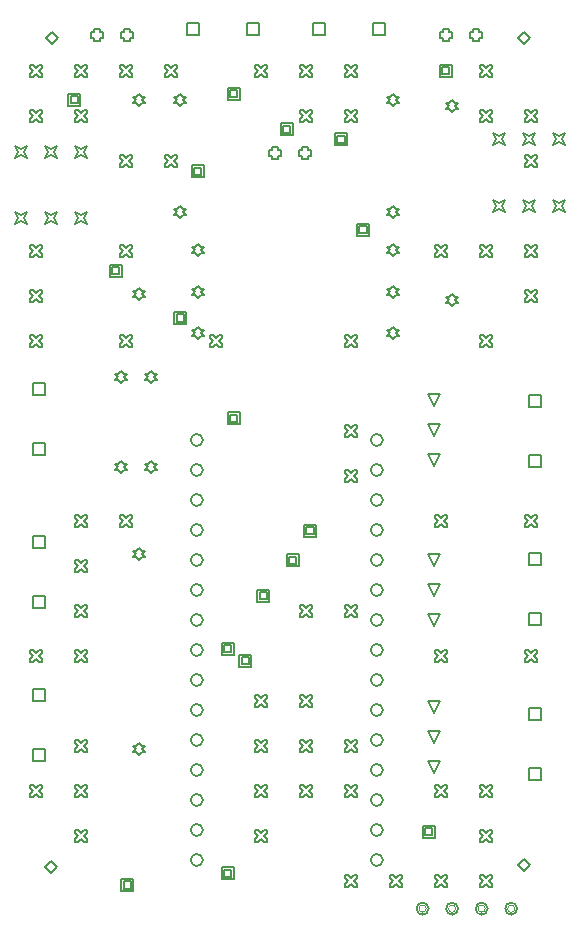
<source format=gbr>
%TF.GenerationSoftware,Altium Limited,Altium Designer,22.7.1 (60)*%
G04 Layer_Color=2752767*
%FSLAX45Y45*%
%MOMM*%
%TF.SameCoordinates,6F5B2F55-B7AD-49D5-9618-4F223791D6AE*%
%TF.FilePolarity,Positive*%
%TF.FileFunction,Drawing*%
%TF.Part,Single*%
G01*
G75*
%TA.AperFunction,NonConductor*%
%ADD42C,0.12700*%
%ADD64C,0.16933*%
%ADD65C,0.10160*%
D42*
X349200Y2699200D02*
Y2800800D01*
X450800D01*
Y2699200D01*
X349200D01*
Y3207200D02*
Y3308800D01*
X450800D01*
Y3207200D01*
X349200D01*
X460027Y7522599D02*
X510827Y7573399D01*
X561627Y7522599D01*
X510827Y7471799D01*
X460027Y7522599D01*
X4460026D02*
X4510826Y7573399D01*
X4561626Y7522599D01*
X4510826Y7471799D01*
X4460026Y7522599D01*
Y522599D02*
X4510826Y573399D01*
X4561626Y522599D01*
X4510826Y471799D01*
X4460026Y522599D01*
X449200Y500000D02*
X500000Y550800D01*
X550800Y500000D01*
X500000Y449200D01*
X449200Y500000D01*
X3750000Y4403200D02*
X3699200Y4504800D01*
X3800800D01*
X3750000Y4403200D01*
Y4149200D02*
X3699200Y4250800D01*
X3800800D01*
X3750000Y4149200D01*
Y3895200D02*
X3699200Y3996800D01*
X3800800D01*
X3750000Y3895200D01*
Y3053200D02*
X3699200Y3154800D01*
X3800800D01*
X3750000Y3053200D01*
Y2799200D02*
X3699200Y2900800D01*
X3800800D01*
X3750000Y2799200D01*
Y2545200D02*
X3699200Y2646800D01*
X3800800D01*
X3750000Y2545200D01*
Y1803200D02*
X3699200Y1904800D01*
X3800800D01*
X3750000Y1803200D01*
Y1549200D02*
X3699200Y1650800D01*
X3800800D01*
X3750000Y1549200D01*
Y1295200D02*
X3699200Y1396800D01*
X3800800D01*
X3750000Y1295200D01*
X1250000Y6949200D02*
X1275400Y6974600D01*
X1300800D01*
X1275400Y7000000D01*
X1300800Y7025400D01*
X1275400D01*
X1250000Y7050800D01*
X1224600Y7025400D01*
X1199200D01*
X1224600Y7000000D01*
X1199200Y6974600D01*
X1224600D01*
X1250000Y6949200D01*
Y5299200D02*
X1275400Y5324600D01*
X1300800D01*
X1275400Y5350000D01*
X1300800Y5375400D01*
X1275400D01*
X1250000Y5400800D01*
X1224600Y5375400D01*
X1199200D01*
X1224600Y5350000D01*
X1199200Y5324600D01*
X1224600D01*
X1250000Y5299200D01*
X3900000Y6899200D02*
X3925400Y6924600D01*
X3950800D01*
X3925400Y6950000D01*
X3950800Y6975400D01*
X3925400D01*
X3900000Y7000800D01*
X3874600Y6975400D01*
X3849200D01*
X3874600Y6950000D01*
X3849200Y6924600D01*
X3874600D01*
X3900000Y6899200D01*
Y5249200D02*
X3925400Y5274600D01*
X3950800D01*
X3925400Y5300000D01*
X3950800Y5325400D01*
X3925400D01*
X3900000Y5350800D01*
X3874600Y5325400D01*
X3849200D01*
X3874600Y5300000D01*
X3849200Y5274600D01*
X3874600D01*
X3900000Y5249200D01*
X1250000Y3099200D02*
X1275400Y3124600D01*
X1300800D01*
X1275400Y3150000D01*
X1300800Y3175400D01*
X1275400D01*
X1250000Y3200800D01*
X1224600Y3175400D01*
X1199200D01*
X1224600Y3150000D01*
X1199200Y3124600D01*
X1224600D01*
X1250000Y3099200D01*
Y1449200D02*
X1275400Y1474600D01*
X1300800D01*
X1275400Y1500000D01*
X1300800Y1525400D01*
X1275400D01*
X1250000Y1550800D01*
X1224600Y1525400D01*
X1199200D01*
X1224600Y1500000D01*
X1199200Y1474600D01*
X1224600D01*
X1250000Y1449200D01*
X1350000Y4599200D02*
X1375400Y4624600D01*
X1400800D01*
X1375400Y4650000D01*
X1400800Y4675400D01*
X1375400D01*
X1350000Y4700800D01*
X1324600Y4675400D01*
X1299200D01*
X1324600Y4650000D01*
X1299200Y4624600D01*
X1324600D01*
X1350000Y4599200D01*
X1096000D02*
X1121400Y4624600D01*
X1146800D01*
X1121400Y4650000D01*
X1146800Y4675400D01*
X1121400D01*
X1096000Y4700800D01*
X1070600Y4675400D01*
X1045200D01*
X1070600Y4650000D01*
X1045200Y4624600D01*
X1070600D01*
X1096000Y4599200D01*
Y3837200D02*
X1121400Y3862600D01*
X1146800D01*
X1121400Y3888000D01*
X1146800Y3913400D01*
X1121400D01*
X1096000Y3938800D01*
X1070600Y3913400D01*
X1045200D01*
X1070600Y3888000D01*
X1045200Y3862600D01*
X1070600D01*
X1096000Y3837200D01*
X1350000D02*
X1375400Y3862600D01*
X1400800D01*
X1375400Y3888000D01*
X1400800Y3913400D01*
X1375400D01*
X1350000Y3938800D01*
X1324600Y3913400D01*
X1299200D01*
X1324600Y3888000D01*
X1299200Y3862600D01*
X1324600D01*
X1350000Y3837200D01*
X703200Y5949200D02*
X728600Y6000000D01*
X703200Y6050800D01*
X754000Y6025400D01*
X804800Y6050800D01*
X779400Y6000000D01*
X804800Y5949200D01*
X754000Y5974600D01*
X703200Y5949200D01*
X449200D02*
X474600Y6000000D01*
X449200Y6050800D01*
X500000Y6025400D01*
X550800Y6050800D01*
X525400Y6000000D01*
X550800Y5949200D01*
X500000Y5974600D01*
X449200Y5949200D01*
X195200D02*
X220600Y6000000D01*
X195200Y6050800D01*
X246000Y6025400D01*
X296800Y6050800D01*
X271400Y6000000D01*
X296800Y5949200D01*
X246000Y5974600D01*
X195200Y5949200D01*
X703200Y6507175D02*
X728600Y6557975D01*
X703200Y6608775D01*
X754000Y6583375D01*
X804800Y6608775D01*
X779400Y6557975D01*
X804800Y6507175D01*
X754000Y6532575D01*
X703200Y6507175D01*
X449200D02*
X474600Y6557975D01*
X449200Y6608775D01*
X500000Y6583375D01*
X550800Y6608775D01*
X525400Y6557975D01*
X550800Y6507175D01*
X500000Y6532575D01*
X449200Y6507175D01*
X195200D02*
X220600Y6557975D01*
X195200Y6608775D01*
X246000Y6583375D01*
X296800Y6608775D01*
X271400Y6557975D01*
X296800Y6507175D01*
X246000Y6532575D01*
X195200Y6507175D01*
X3820600Y7524600D02*
Y7499200D01*
X3871400D01*
Y7524600D01*
X3896800D01*
Y7575400D01*
X3871400D01*
Y7600800D01*
X3820600D01*
Y7575400D01*
X3795200D01*
Y7524600D01*
X3820600D01*
X4074600D02*
Y7499200D01*
X4125400D01*
Y7524600D01*
X4150800D01*
Y7575400D01*
X4125400D01*
Y7600800D01*
X4074600D01*
Y7575400D01*
X4049200D01*
Y7524600D01*
X4074600D01*
X866924D02*
Y7499200D01*
X917724D01*
Y7524600D01*
X943124D01*
Y7575400D01*
X917724D01*
Y7600800D01*
X866924D01*
Y7575400D01*
X841524D01*
Y7524600D01*
X866924D01*
X1120924D02*
Y7499200D01*
X1171724D01*
Y7524600D01*
X1197124D01*
Y7575400D01*
X1171724D01*
Y7600800D01*
X1120924D01*
Y7575400D01*
X1095524D01*
Y7524600D01*
X1120924D01*
X4245200Y6613225D02*
X4270600Y6664025D01*
X4245200Y6714825D01*
X4296000Y6689425D01*
X4346800Y6714825D01*
X4321400Y6664025D01*
X4346800Y6613225D01*
X4296000Y6638625D01*
X4245200Y6613225D01*
X4499200D02*
X4524600Y6664025D01*
X4499200Y6714825D01*
X4550000Y6689425D01*
X4600800Y6714825D01*
X4575400Y6664025D01*
X4600800Y6613225D01*
X4550000Y6638625D01*
X4499200Y6613225D01*
X4753200D02*
X4778600Y6664025D01*
X4753200Y6714825D01*
X4804000Y6689425D01*
X4854800Y6714825D01*
X4829400Y6664025D01*
X4854800Y6613225D01*
X4804000Y6638625D01*
X4753200Y6613225D01*
X2374600Y6524600D02*
Y6499200D01*
X2425400D01*
Y6524600D01*
X2450800D01*
Y6575400D01*
X2425400D01*
Y6600800D01*
X2374600D01*
Y6575400D01*
X2349200D01*
Y6524600D01*
X2374600D01*
X2628600D02*
Y6499200D01*
X2679400D01*
Y6524600D01*
X2704800D01*
Y6575400D01*
X2679400D01*
Y6600800D01*
X2628600D01*
Y6575400D01*
X2603200D01*
Y6524600D01*
X2628600D01*
X3400000Y5673775D02*
X3425400Y5699175D01*
X3450800D01*
X3425400Y5724575D01*
X3450800Y5749975D01*
X3425400D01*
X3400000Y5775375D01*
X3374600Y5749975D01*
X3349200D01*
X3374600Y5724575D01*
X3349200Y5699175D01*
X3374600D01*
X3400000Y5673775D01*
X1750000D02*
X1775400Y5699175D01*
X1800800D01*
X1775400Y5724575D01*
X1800800Y5749975D01*
X1775400D01*
X1750000Y5775375D01*
X1724600Y5749975D01*
X1699200D01*
X1724600Y5724575D01*
X1699200Y5699175D01*
X1724600D01*
X1750000Y5673775D01*
X3400000Y5323349D02*
X3425400Y5348749D01*
X3450800D01*
X3425400Y5374149D01*
X3450800Y5399549D01*
X3425400D01*
X3400000Y5424949D01*
X3374600Y5399549D01*
X3349200D01*
X3374600Y5374149D01*
X3349200Y5348749D01*
X3374600D01*
X3400000Y5323349D01*
X1750000D02*
X1775400Y5348749D01*
X1800800D01*
X1775400Y5374149D01*
X1800800Y5399549D01*
X1775400D01*
X1750000Y5424949D01*
X1724600Y5399549D01*
X1699200D01*
X1724600Y5374149D01*
X1699200Y5348749D01*
X1724600D01*
X1750000Y5323349D01*
X3400000Y4972924D02*
X3425400Y4998324D01*
X3450800D01*
X3425400Y5023724D01*
X3450800Y5049124D01*
X3425400D01*
X3400000Y5074524D01*
X3374600Y5049124D01*
X3349200D01*
X3374600Y5023724D01*
X3349200Y4998324D01*
X3374600D01*
X3400000Y4972924D01*
X1750000D02*
X1775400Y4998324D01*
X1800800D01*
X1775400Y5023724D01*
X1800800Y5049124D01*
X1775400D01*
X1750000Y5074524D01*
X1724600Y5049124D01*
X1699200D01*
X1724600Y5023724D01*
X1699200Y4998324D01*
X1724600D01*
X1750000Y4972924D01*
X4245200Y6049200D02*
X4270600Y6100000D01*
X4245200Y6150800D01*
X4296000Y6125400D01*
X4346800Y6150800D01*
X4321400Y6100000D01*
X4346800Y6049200D01*
X4296000Y6074600D01*
X4245200Y6049200D01*
X4499200D02*
X4524600Y6100000D01*
X4499200Y6150800D01*
X4550000Y6125400D01*
X4600800Y6150800D01*
X4575400Y6100000D01*
X4600800Y6049200D01*
X4550000Y6074600D01*
X4499200Y6049200D01*
X4753200D02*
X4778600Y6100000D01*
X4753200Y6150800D01*
X4804000Y6125400D01*
X4854800Y6150800D01*
X4829400Y6100000D01*
X4854800Y6049200D01*
X4804000Y6074600D01*
X4753200Y6049200D01*
X3400000Y5999200D02*
X3425400Y6024600D01*
X3450800D01*
X3425400Y6050000D01*
X3450800Y6075400D01*
X3425400D01*
X3400000Y6100800D01*
X3374600Y6075400D01*
X3349200D01*
X3374600Y6050000D01*
X3349200Y6024600D01*
X3374600D01*
X3400000Y5999200D01*
Y6949200D02*
X3425400Y6974600D01*
X3450800D01*
X3425400Y7000000D01*
X3450800Y7025400D01*
X3425400D01*
X3400000Y7050800D01*
X3374600Y7025400D01*
X3349200D01*
X3374600Y7000000D01*
X3349200Y6974600D01*
X3374600D01*
X3400000Y6949200D01*
X1600000Y5999200D02*
X1625400Y6024600D01*
X1650800D01*
X1625400Y6050000D01*
X1650800Y6075400D01*
X1625400D01*
X1600000Y6100800D01*
X1574600Y6075400D01*
X1549200D01*
X1574600Y6050000D01*
X1549200Y6024600D01*
X1574600D01*
X1600000Y5999200D01*
Y6949200D02*
X1625400Y6974600D01*
X1650800D01*
X1625400Y7000000D01*
X1650800Y7025400D01*
X1625400D01*
X1600000Y7050800D01*
X1574600Y7025400D01*
X1549200D01*
X1574600Y7000000D01*
X1549200Y6974600D01*
X1574600D01*
X1600000Y6949200D01*
X4549200Y4399200D02*
Y4500800D01*
X4650800D01*
Y4399200D01*
X4549200D01*
Y3891200D02*
Y3992800D01*
X4650800D01*
Y3891200D01*
X4549200D01*
Y3057200D02*
Y3158800D01*
X4650800D01*
Y3057200D01*
X4549200D01*
Y2549200D02*
Y2650800D01*
X4650800D01*
Y2549200D01*
X4549200D01*
Y1749200D02*
Y1850800D01*
X4650800D01*
Y1749200D01*
X4549200D01*
Y1241200D02*
Y1342800D01*
X4650800D01*
Y1241200D01*
X4549200D01*
X349200Y1399200D02*
Y1500800D01*
X450800D01*
Y1399200D01*
X349200D01*
Y1907200D02*
Y2008800D01*
X450800D01*
Y1907200D01*
X349200D01*
Y3991200D02*
Y4092800D01*
X450800D01*
Y3991200D01*
X349200D01*
Y4499200D02*
Y4600800D01*
X450800D01*
Y4499200D01*
X349200D01*
X2724775Y7549200D02*
Y7650800D01*
X2826375D01*
Y7549200D01*
X2724775D01*
X3232775D02*
Y7650800D01*
X3334375D01*
Y7549200D01*
X3232775D01*
X1657949D02*
Y7650800D01*
X1759549D01*
Y7549200D01*
X1657949D01*
X2165949D02*
Y7650800D01*
X2267549D01*
Y7549200D01*
X2165949D01*
X3649200Y749200D02*
Y850800D01*
X3750800D01*
Y749200D01*
X3649200D01*
X3669520Y769520D02*
Y830480D01*
X3730480D01*
Y769520D01*
X3669520D01*
X3759200Y330200D02*
X3784600D01*
X3810000Y355600D01*
X3835400Y330200D01*
X3860800D01*
Y355600D01*
X3835400Y381000D01*
X3860800Y406400D01*
Y431800D01*
X3835400D01*
X3810000Y406400D01*
X3784600Y431800D01*
X3759200D01*
Y406400D01*
X3784600Y381000D01*
X3759200Y355600D01*
Y330200D01*
X4521200Y6807200D02*
X4546600D01*
X4572000Y6832600D01*
X4597400Y6807200D01*
X4622800D01*
Y6832600D01*
X4597400Y6858000D01*
X4622800Y6883400D01*
Y6908800D01*
X4597400D01*
X4572000Y6883400D01*
X4546600Y6908800D01*
X4521200D01*
Y6883400D01*
X4546600Y6858000D01*
X4521200Y6832600D01*
Y6807200D01*
Y6426200D02*
X4546600D01*
X4572000Y6451600D01*
X4597400Y6426200D01*
X4622800D01*
Y6451600D01*
X4597400Y6477000D01*
X4622800Y6502400D01*
Y6527800D01*
X4597400D01*
X4572000Y6502400D01*
X4546600Y6527800D01*
X4521200D01*
Y6502400D01*
X4546600Y6477000D01*
X4521200Y6451600D01*
Y6426200D01*
Y5664200D02*
X4546600D01*
X4572000Y5689600D01*
X4597400Y5664200D01*
X4622800D01*
Y5689600D01*
X4597400Y5715000D01*
X4622800Y5740400D01*
Y5765800D01*
X4597400D01*
X4572000Y5740400D01*
X4546600Y5765800D01*
X4521200D01*
Y5740400D01*
X4546600Y5715000D01*
X4521200Y5689600D01*
Y5664200D01*
Y5283200D02*
X4546600D01*
X4572000Y5308600D01*
X4597400Y5283200D01*
X4622800D01*
Y5308600D01*
X4597400Y5334000D01*
X4622800Y5359400D01*
Y5384800D01*
X4597400D01*
X4572000Y5359400D01*
X4546600Y5384800D01*
X4521200D01*
Y5359400D01*
X4546600Y5334000D01*
X4521200Y5308600D01*
Y5283200D01*
Y3378200D02*
X4546600D01*
X4572000Y3403600D01*
X4597400Y3378200D01*
X4622800D01*
Y3403600D01*
X4597400Y3429000D01*
X4622800Y3454400D01*
Y3479800D01*
X4597400D01*
X4572000Y3454400D01*
X4546600Y3479800D01*
X4521200D01*
Y3454400D01*
X4546600Y3429000D01*
X4521200Y3403600D01*
Y3378200D01*
Y2235200D02*
X4546600D01*
X4572000Y2260600D01*
X4597400Y2235200D01*
X4622800D01*
Y2260600D01*
X4597400Y2286000D01*
X4622800Y2311400D01*
Y2336800D01*
X4597400D01*
X4572000Y2311400D01*
X4546600Y2336800D01*
X4521200D01*
Y2311400D01*
X4546600Y2286000D01*
X4521200Y2260600D01*
Y2235200D01*
X4140200Y7188200D02*
X4165600D01*
X4191000Y7213600D01*
X4216400Y7188200D01*
X4241800D01*
Y7213600D01*
X4216400Y7239000D01*
X4241800Y7264400D01*
Y7289800D01*
X4216400D01*
X4191000Y7264400D01*
X4165600Y7289800D01*
X4140200D01*
Y7264400D01*
X4165600Y7239000D01*
X4140200Y7213600D01*
Y7188200D01*
Y6807200D02*
X4165600D01*
X4191000Y6832600D01*
X4216400Y6807200D01*
X4241800D01*
Y6832600D01*
X4216400Y6858000D01*
X4241800Y6883400D01*
Y6908800D01*
X4216400D01*
X4191000Y6883400D01*
X4165600Y6908800D01*
X4140200D01*
Y6883400D01*
X4165600Y6858000D01*
X4140200Y6832600D01*
Y6807200D01*
Y5664200D02*
X4165600D01*
X4191000Y5689600D01*
X4216400Y5664200D01*
X4241800D01*
Y5689600D01*
X4216400Y5715000D01*
X4241800Y5740400D01*
Y5765800D01*
X4216400D01*
X4191000Y5740400D01*
X4165600Y5765800D01*
X4140200D01*
Y5740400D01*
X4165600Y5715000D01*
X4140200Y5689600D01*
Y5664200D01*
Y4902200D02*
X4165600D01*
X4191000Y4927600D01*
X4216400Y4902200D01*
X4241800D01*
Y4927600D01*
X4216400Y4953000D01*
X4241800Y4978400D01*
Y5003800D01*
X4216400D01*
X4191000Y4978400D01*
X4165600Y5003800D01*
X4140200D01*
Y4978400D01*
X4165600Y4953000D01*
X4140200Y4927600D01*
Y4902200D01*
Y1092200D02*
X4165600D01*
X4191000Y1117600D01*
X4216400Y1092200D01*
X4241800D01*
Y1117600D01*
X4216400Y1143000D01*
X4241800Y1168400D01*
Y1193800D01*
X4216400D01*
X4191000Y1168400D01*
X4165600Y1193800D01*
X4140200D01*
Y1168400D01*
X4165600Y1143000D01*
X4140200Y1117600D01*
Y1092200D01*
Y711200D02*
X4165600D01*
X4191000Y736600D01*
X4216400Y711200D01*
X4241800D01*
Y736600D01*
X4216400Y762000D01*
X4241800Y787400D01*
Y812800D01*
X4216400D01*
X4191000Y787400D01*
X4165600Y812800D01*
X4140200D01*
Y787400D01*
X4165600Y762000D01*
X4140200Y736600D01*
Y711200D01*
Y330200D02*
X4165600D01*
X4191000Y355600D01*
X4216400Y330200D01*
X4241800D01*
Y355600D01*
X4216400Y381000D01*
X4241800Y406400D01*
Y431800D01*
X4216400D01*
X4191000Y406400D01*
X4165600Y431800D01*
X4140200D01*
Y406400D01*
X4165600Y381000D01*
X4140200Y355600D01*
Y330200D01*
X3759200Y5664200D02*
X3784600D01*
X3810000Y5689600D01*
X3835400Y5664200D01*
X3860800D01*
Y5689600D01*
X3835400Y5715000D01*
X3860800Y5740400D01*
Y5765800D01*
X3835400D01*
X3810000Y5740400D01*
X3784600Y5765800D01*
X3759200D01*
Y5740400D01*
X3784600Y5715000D01*
X3759200Y5689600D01*
Y5664200D01*
Y3378200D02*
X3784600D01*
X3810000Y3403600D01*
X3835400Y3378200D01*
X3860800D01*
Y3403600D01*
X3835400Y3429000D01*
X3860800Y3454400D01*
Y3479800D01*
X3835400D01*
X3810000Y3454400D01*
X3784600Y3479800D01*
X3759200D01*
Y3454400D01*
X3784600Y3429000D01*
X3759200Y3403600D01*
Y3378200D01*
Y2235200D02*
X3784600D01*
X3810000Y2260600D01*
X3835400Y2235200D01*
X3860800D01*
Y2260600D01*
X3835400Y2286000D01*
X3860800Y2311400D01*
Y2336800D01*
X3835400D01*
X3810000Y2311400D01*
X3784600Y2336800D01*
X3759200D01*
Y2311400D01*
X3784600Y2286000D01*
X3759200Y2260600D01*
Y2235200D01*
Y1092200D02*
X3784600D01*
X3810000Y1117600D01*
X3835400Y1092200D01*
X3860800D01*
Y1117600D01*
X3835400Y1143000D01*
X3860800Y1168400D01*
Y1193800D01*
X3835400D01*
X3810000Y1168400D01*
X3784600Y1193800D01*
X3759200D01*
Y1168400D01*
X3784600Y1143000D01*
X3759200Y1117600D01*
Y1092200D01*
X3378200Y330200D02*
X3403600D01*
X3429000Y355600D01*
X3454400Y330200D01*
X3479800D01*
Y355600D01*
X3454400Y381000D01*
X3479800Y406400D01*
Y431800D01*
X3454400D01*
X3429000Y406400D01*
X3403600Y431800D01*
X3378200D01*
Y406400D01*
X3403600Y381000D01*
X3378200Y355600D01*
Y330200D01*
X2997200Y7188200D02*
X3022600D01*
X3048000Y7213600D01*
X3073400Y7188200D01*
X3098800D01*
Y7213600D01*
X3073400Y7239000D01*
X3098800Y7264400D01*
Y7289800D01*
X3073400D01*
X3048000Y7264400D01*
X3022600Y7289800D01*
X2997200D01*
Y7264400D01*
X3022600Y7239000D01*
X2997200Y7213600D01*
Y7188200D01*
Y6807200D02*
X3022600D01*
X3048000Y6832600D01*
X3073400Y6807200D01*
X3098800D01*
Y6832600D01*
X3073400Y6858000D01*
X3098800Y6883400D01*
Y6908800D01*
X3073400D01*
X3048000Y6883400D01*
X3022600Y6908800D01*
X2997200D01*
Y6883400D01*
X3022600Y6858000D01*
X2997200Y6832600D01*
Y6807200D01*
Y4902200D02*
X3022600D01*
X3048000Y4927600D01*
X3073400Y4902200D01*
X3098800D01*
Y4927600D01*
X3073400Y4953000D01*
X3098800Y4978400D01*
Y5003800D01*
X3073400D01*
X3048000Y4978400D01*
X3022600Y5003800D01*
X2997200D01*
Y4978400D01*
X3022600Y4953000D01*
X2997200Y4927600D01*
Y4902200D01*
Y4140200D02*
X3022600D01*
X3048000Y4165600D01*
X3073400Y4140200D01*
X3098800D01*
Y4165600D01*
X3073400Y4191000D01*
X3098800Y4216400D01*
Y4241800D01*
X3073400D01*
X3048000Y4216400D01*
X3022600Y4241800D01*
X2997200D01*
Y4216400D01*
X3022600Y4191000D01*
X2997200Y4165600D01*
Y4140200D01*
Y3759200D02*
X3022600D01*
X3048000Y3784600D01*
X3073400Y3759200D01*
X3098800D01*
Y3784600D01*
X3073400Y3810000D01*
X3098800Y3835400D01*
Y3860800D01*
X3073400D01*
X3048000Y3835400D01*
X3022600Y3860800D01*
X2997200D01*
Y3835400D01*
X3022600Y3810000D01*
X2997200Y3784600D01*
Y3759200D01*
Y2616200D02*
X3022600D01*
X3048000Y2641600D01*
X3073400Y2616200D01*
X3098800D01*
Y2641600D01*
X3073400Y2667000D01*
X3098800Y2692400D01*
Y2717800D01*
X3073400D01*
X3048000Y2692400D01*
X3022600Y2717800D01*
X2997200D01*
Y2692400D01*
X3022600Y2667000D01*
X2997200Y2641600D01*
Y2616200D01*
Y1473200D02*
X3022600D01*
X3048000Y1498600D01*
X3073400Y1473200D01*
X3098800D01*
Y1498600D01*
X3073400Y1524000D01*
X3098800Y1549400D01*
Y1574800D01*
X3073400D01*
X3048000Y1549400D01*
X3022600Y1574800D01*
X2997200D01*
Y1549400D01*
X3022600Y1524000D01*
X2997200Y1498600D01*
Y1473200D01*
Y1092200D02*
X3022600D01*
X3048000Y1117600D01*
X3073400Y1092200D01*
X3098800D01*
Y1117600D01*
X3073400Y1143000D01*
X3098800Y1168400D01*
Y1193800D01*
X3073400D01*
X3048000Y1168400D01*
X3022600Y1193800D01*
X2997200D01*
Y1168400D01*
X3022600Y1143000D01*
X2997200Y1117600D01*
Y1092200D01*
Y330200D02*
X3022600D01*
X3048000Y355600D01*
X3073400Y330200D01*
X3098800D01*
Y355600D01*
X3073400Y381000D01*
X3098800Y406400D01*
Y431800D01*
X3073400D01*
X3048000Y406400D01*
X3022600Y431800D01*
X2997200D01*
Y406400D01*
X3022600Y381000D01*
X2997200Y355600D01*
Y330200D01*
X2616200Y7188200D02*
X2641600D01*
X2667000Y7213600D01*
X2692400Y7188200D01*
X2717800D01*
Y7213600D01*
X2692400Y7239000D01*
X2717800Y7264400D01*
Y7289800D01*
X2692400D01*
X2667000Y7264400D01*
X2641600Y7289800D01*
X2616200D01*
Y7264400D01*
X2641600Y7239000D01*
X2616200Y7213600D01*
Y7188200D01*
Y6807200D02*
X2641600D01*
X2667000Y6832600D01*
X2692400Y6807200D01*
X2717800D01*
Y6832600D01*
X2692400Y6858000D01*
X2717800Y6883400D01*
Y6908800D01*
X2692400D01*
X2667000Y6883400D01*
X2641600Y6908800D01*
X2616200D01*
Y6883400D01*
X2641600Y6858000D01*
X2616200Y6832600D01*
Y6807200D01*
Y2616200D02*
X2641600D01*
X2667000Y2641600D01*
X2692400Y2616200D01*
X2717800D01*
Y2641600D01*
X2692400Y2667000D01*
X2717800Y2692400D01*
Y2717800D01*
X2692400D01*
X2667000Y2692400D01*
X2641600Y2717800D01*
X2616200D01*
Y2692400D01*
X2641600Y2667000D01*
X2616200Y2641600D01*
Y2616200D01*
Y1854200D02*
X2641600D01*
X2667000Y1879600D01*
X2692400Y1854200D01*
X2717800D01*
Y1879600D01*
X2692400Y1905000D01*
X2717800Y1930400D01*
Y1955800D01*
X2692400D01*
X2667000Y1930400D01*
X2641600Y1955800D01*
X2616200D01*
Y1930400D01*
X2641600Y1905000D01*
X2616200Y1879600D01*
Y1854200D01*
Y1473200D02*
X2641600D01*
X2667000Y1498600D01*
X2692400Y1473200D01*
X2717800D01*
Y1498600D01*
X2692400Y1524000D01*
X2717800Y1549400D01*
Y1574800D01*
X2692400D01*
X2667000Y1549400D01*
X2641600Y1574800D01*
X2616200D01*
Y1549400D01*
X2641600Y1524000D01*
X2616200Y1498600D01*
Y1473200D01*
Y1092200D02*
X2641600D01*
X2667000Y1117600D01*
X2692400Y1092200D01*
X2717800D01*
Y1117600D01*
X2692400Y1143000D01*
X2717800Y1168400D01*
Y1193800D01*
X2692400D01*
X2667000Y1168400D01*
X2641600Y1193800D01*
X2616200D01*
Y1168400D01*
X2641600Y1143000D01*
X2616200Y1117600D01*
Y1092200D01*
X2235200Y7188200D02*
X2260600D01*
X2286000Y7213600D01*
X2311400Y7188200D01*
X2336800D01*
Y7213600D01*
X2311400Y7239000D01*
X2336800Y7264400D01*
Y7289800D01*
X2311400D01*
X2286000Y7264400D01*
X2260600Y7289800D01*
X2235200D01*
Y7264400D01*
X2260600Y7239000D01*
X2235200Y7213600D01*
Y7188200D01*
Y1854200D02*
X2260600D01*
X2286000Y1879600D01*
X2311400Y1854200D01*
X2336800D01*
Y1879600D01*
X2311400Y1905000D01*
X2336800Y1930400D01*
Y1955800D01*
X2311400D01*
X2286000Y1930400D01*
X2260600Y1955800D01*
X2235200D01*
Y1930400D01*
X2260600Y1905000D01*
X2235200Y1879600D01*
Y1854200D01*
Y1473200D02*
X2260600D01*
X2286000Y1498600D01*
X2311400Y1473200D01*
X2336800D01*
Y1498600D01*
X2311400Y1524000D01*
X2336800Y1549400D01*
Y1574800D01*
X2311400D01*
X2286000Y1549400D01*
X2260600Y1574800D01*
X2235200D01*
Y1549400D01*
X2260600Y1524000D01*
X2235200Y1498600D01*
Y1473200D01*
Y1092200D02*
X2260600D01*
X2286000Y1117600D01*
X2311400Y1092200D01*
X2336800D01*
Y1117600D01*
X2311400Y1143000D01*
X2336800Y1168400D01*
Y1193800D01*
X2311400D01*
X2286000Y1168400D01*
X2260600Y1193800D01*
X2235200D01*
Y1168400D01*
X2260600Y1143000D01*
X2235200Y1117600D01*
Y1092200D01*
Y711200D02*
X2260600D01*
X2286000Y736600D01*
X2311400Y711200D01*
X2336800D01*
Y736600D01*
X2311400Y762000D01*
X2336800Y787400D01*
Y812800D01*
X2311400D01*
X2286000Y787400D01*
X2260600Y812800D01*
X2235200D01*
Y787400D01*
X2260600Y762000D01*
X2235200Y736600D01*
Y711200D01*
X1854200Y4902200D02*
X1879600D01*
X1905000Y4927600D01*
X1930400Y4902200D01*
X1955800D01*
Y4927600D01*
X1930400Y4953000D01*
X1955800Y4978400D01*
Y5003800D01*
X1930400D01*
X1905000Y4978400D01*
X1879600Y5003800D01*
X1854200D01*
Y4978400D01*
X1879600Y4953000D01*
X1854200Y4927600D01*
Y4902200D01*
X1473200Y7188200D02*
X1498600D01*
X1524000Y7213600D01*
X1549400Y7188200D01*
X1574800D01*
Y7213600D01*
X1549400Y7239000D01*
X1574800Y7264400D01*
Y7289800D01*
X1549400D01*
X1524000Y7264400D01*
X1498600Y7289800D01*
X1473200D01*
Y7264400D01*
X1498600Y7239000D01*
X1473200Y7213600D01*
Y7188200D01*
Y6426200D02*
X1498600D01*
X1524000Y6451600D01*
X1549400Y6426200D01*
X1574800D01*
Y6451600D01*
X1549400Y6477000D01*
X1574800Y6502400D01*
Y6527800D01*
X1549400D01*
X1524000Y6502400D01*
X1498600Y6527800D01*
X1473200D01*
Y6502400D01*
X1498600Y6477000D01*
X1473200Y6451600D01*
Y6426200D01*
X1092200Y7188200D02*
X1117600D01*
X1143000Y7213600D01*
X1168400Y7188200D01*
X1193800D01*
Y7213600D01*
X1168400Y7239000D01*
X1193800Y7264400D01*
Y7289800D01*
X1168400D01*
X1143000Y7264400D01*
X1117600Y7289800D01*
X1092200D01*
Y7264400D01*
X1117600Y7239000D01*
X1092200Y7213600D01*
Y7188200D01*
Y6426200D02*
X1117600D01*
X1143000Y6451600D01*
X1168400Y6426200D01*
X1193800D01*
Y6451600D01*
X1168400Y6477000D01*
X1193800Y6502400D01*
Y6527800D01*
X1168400D01*
X1143000Y6502400D01*
X1117600Y6527800D01*
X1092200D01*
Y6502400D01*
X1117600Y6477000D01*
X1092200Y6451600D01*
Y6426200D01*
Y5664200D02*
X1117600D01*
X1143000Y5689600D01*
X1168400Y5664200D01*
X1193800D01*
Y5689600D01*
X1168400Y5715000D01*
X1193800Y5740400D01*
Y5765800D01*
X1168400D01*
X1143000Y5740400D01*
X1117600Y5765800D01*
X1092200D01*
Y5740400D01*
X1117600Y5715000D01*
X1092200Y5689600D01*
Y5664200D01*
Y4902200D02*
X1117600D01*
X1143000Y4927600D01*
X1168400Y4902200D01*
X1193800D01*
Y4927600D01*
X1168400Y4953000D01*
X1193800Y4978400D01*
Y5003800D01*
X1168400D01*
X1143000Y4978400D01*
X1117600Y5003800D01*
X1092200D01*
Y4978400D01*
X1117600Y4953000D01*
X1092200Y4927600D01*
Y4902200D01*
Y3378200D02*
X1117600D01*
X1143000Y3403600D01*
X1168400Y3378200D01*
X1193800D01*
Y3403600D01*
X1168400Y3429000D01*
X1193800Y3454400D01*
Y3479800D01*
X1168400D01*
X1143000Y3454400D01*
X1117600Y3479800D01*
X1092200D01*
Y3454400D01*
X1117600Y3429000D01*
X1092200Y3403600D01*
Y3378200D01*
X711200Y7188200D02*
X736600D01*
X762000Y7213600D01*
X787400Y7188200D01*
X812800D01*
Y7213600D01*
X787400Y7239000D01*
X812800Y7264400D01*
Y7289800D01*
X787400D01*
X762000Y7264400D01*
X736600Y7289800D01*
X711200D01*
Y7264400D01*
X736600Y7239000D01*
X711200Y7213600D01*
Y7188200D01*
Y6807200D02*
X736600D01*
X762000Y6832600D01*
X787400Y6807200D01*
X812800D01*
Y6832600D01*
X787400Y6858000D01*
X812800Y6883400D01*
Y6908800D01*
X787400D01*
X762000Y6883400D01*
X736600Y6908800D01*
X711200D01*
Y6883400D01*
X736600Y6858000D01*
X711200Y6832600D01*
Y6807200D01*
Y3378200D02*
X736600D01*
X762000Y3403600D01*
X787400Y3378200D01*
X812800D01*
Y3403600D01*
X787400Y3429000D01*
X812800Y3454400D01*
Y3479800D01*
X787400D01*
X762000Y3454400D01*
X736600Y3479800D01*
X711200D01*
Y3454400D01*
X736600Y3429000D01*
X711200Y3403600D01*
Y3378200D01*
Y2997200D02*
X736600D01*
X762000Y3022600D01*
X787400Y2997200D01*
X812800D01*
Y3022600D01*
X787400Y3048000D01*
X812800Y3073400D01*
Y3098800D01*
X787400D01*
X762000Y3073400D01*
X736600Y3098800D01*
X711200D01*
Y3073400D01*
X736600Y3048000D01*
X711200Y3022600D01*
Y2997200D01*
Y2616200D02*
X736600D01*
X762000Y2641600D01*
X787400Y2616200D01*
X812800D01*
Y2641600D01*
X787400Y2667000D01*
X812800Y2692400D01*
Y2717800D01*
X787400D01*
X762000Y2692400D01*
X736600Y2717800D01*
X711200D01*
Y2692400D01*
X736600Y2667000D01*
X711200Y2641600D01*
Y2616200D01*
Y2235200D02*
X736600D01*
X762000Y2260600D01*
X787400Y2235200D01*
X812800D01*
Y2260600D01*
X787400Y2286000D01*
X812800Y2311400D01*
Y2336800D01*
X787400D01*
X762000Y2311400D01*
X736600Y2336800D01*
X711200D01*
Y2311400D01*
X736600Y2286000D01*
X711200Y2260600D01*
Y2235200D01*
Y1473200D02*
X736600D01*
X762000Y1498600D01*
X787400Y1473200D01*
X812800D01*
Y1498600D01*
X787400Y1524000D01*
X812800Y1549400D01*
Y1574800D01*
X787400D01*
X762000Y1549400D01*
X736600Y1574800D01*
X711200D01*
Y1549400D01*
X736600Y1524000D01*
X711200Y1498600D01*
Y1473200D01*
Y1092200D02*
X736600D01*
X762000Y1117600D01*
X787400Y1092200D01*
X812800D01*
Y1117600D01*
X787400Y1143000D01*
X812800Y1168400D01*
Y1193800D01*
X787400D01*
X762000Y1168400D01*
X736600Y1193800D01*
X711200D01*
Y1168400D01*
X736600Y1143000D01*
X711200Y1117600D01*
Y1092200D01*
Y711200D02*
X736600D01*
X762000Y736600D01*
X787400Y711200D01*
X812800D01*
Y736600D01*
X787400Y762000D01*
X812800Y787400D01*
Y812800D01*
X787400D01*
X762000Y787400D01*
X736600Y812800D01*
X711200D01*
Y787400D01*
X736600Y762000D01*
X711200Y736600D01*
Y711200D01*
X330200Y7188200D02*
X355600D01*
X381000Y7213600D01*
X406400Y7188200D01*
X431800D01*
Y7213600D01*
X406400Y7239000D01*
X431800Y7264400D01*
Y7289800D01*
X406400D01*
X381000Y7264400D01*
X355600Y7289800D01*
X330200D01*
Y7264400D01*
X355600Y7239000D01*
X330200Y7213600D01*
Y7188200D01*
Y6807200D02*
X355600D01*
X381000Y6832600D01*
X406400Y6807200D01*
X431800D01*
Y6832600D01*
X406400Y6858000D01*
X431800Y6883400D01*
Y6908800D01*
X406400D01*
X381000Y6883400D01*
X355600Y6908800D01*
X330200D01*
Y6883400D01*
X355600Y6858000D01*
X330200Y6832600D01*
Y6807200D01*
Y5664200D02*
X355600D01*
X381000Y5689600D01*
X406400Y5664200D01*
X431800D01*
Y5689600D01*
X406400Y5715000D01*
X431800Y5740400D01*
Y5765800D01*
X406400D01*
X381000Y5740400D01*
X355600Y5765800D01*
X330200D01*
Y5740400D01*
X355600Y5715000D01*
X330200Y5689600D01*
Y5664200D01*
Y5283200D02*
X355600D01*
X381000Y5308600D01*
X406400Y5283200D01*
X431800D01*
Y5308600D01*
X406400Y5334000D01*
X431800Y5359400D01*
Y5384800D01*
X406400D01*
X381000Y5359400D01*
X355600Y5384800D01*
X330200D01*
Y5359400D01*
X355600Y5334000D01*
X330200Y5308600D01*
Y5283200D01*
Y4902200D02*
X355600D01*
X381000Y4927600D01*
X406400Y4902200D01*
X431800D01*
Y4927600D01*
X406400Y4953000D01*
X431800Y4978400D01*
Y5003800D01*
X406400D01*
X381000Y4978400D01*
X355600Y5003800D01*
X330200D01*
Y4978400D01*
X355600Y4953000D01*
X330200Y4927600D01*
Y4902200D01*
Y2235200D02*
X355600D01*
X381000Y2260600D01*
X406400Y2235200D01*
X431800D01*
Y2260600D01*
X406400Y2286000D01*
X431800Y2311400D01*
Y2336800D01*
X406400D01*
X381000Y2311400D01*
X355600Y2336800D01*
X330200D01*
Y2311400D01*
X355600Y2286000D01*
X330200Y2260600D01*
Y2235200D01*
Y1092200D02*
X355600D01*
X381000Y1117600D01*
X406400Y1092200D01*
X431800D01*
Y1117600D01*
X406400Y1143000D01*
X431800Y1168400D01*
Y1193800D01*
X406400D01*
X381000Y1168400D01*
X355600Y1193800D01*
X330200D01*
Y1168400D01*
X355600Y1143000D01*
X330200Y1117600D01*
Y1092200D01*
X1099200Y299200D02*
Y400800D01*
X1200800D01*
Y299200D01*
X1099200D01*
X1119520Y319520D02*
Y380480D01*
X1180480D01*
Y319520D01*
X1119520D01*
X2449200Y6699200D02*
Y6800800D01*
X2550800D01*
Y6699200D01*
X2449200D01*
X2469520Y6719520D02*
Y6780480D01*
X2530480D01*
Y6719520D01*
X2469520D01*
X2499200Y3049200D02*
Y3150800D01*
X2600800D01*
Y3049200D01*
X2499200D01*
X2519520Y3069520D02*
Y3130480D01*
X2580480D01*
Y3069520D01*
X2519520D01*
X2249200Y2749200D02*
Y2850800D01*
X2350800D01*
Y2749200D01*
X2249200D01*
X2269520Y2769520D02*
Y2830480D01*
X2330480D01*
Y2769520D01*
X2269520D01*
X2645121Y3298496D02*
Y3400096D01*
X2746721D01*
Y3298496D01*
X2645121D01*
X2665441Y3318816D02*
Y3379776D01*
X2726401D01*
Y3318816D01*
X2665441D01*
X2909147Y6612521D02*
Y6714121D01*
X3010747D01*
Y6612521D01*
X2909147D01*
X2929467Y6632841D02*
Y6693801D01*
X2990427D01*
Y6632841D01*
X2929467D01*
X3095122Y5848496D02*
Y5950096D01*
X3196722D01*
Y5848496D01*
X3095122D01*
X3115442Y5868816D02*
Y5929776D01*
X3176402D01*
Y5868816D01*
X3115442D01*
X3795200Y7195200D02*
Y7296800D01*
X3896800D01*
Y7195200D01*
X3795200D01*
X3815520Y7215520D02*
Y7276480D01*
X3876480D01*
Y7215520D01*
X3815520D01*
X1999200Y6999200D02*
Y7100800D01*
X2100800D01*
Y6999200D01*
X1999200D01*
X2019520Y7019520D02*
Y7080480D01*
X2080480D01*
Y7019520D01*
X2019520D01*
X1694471Y6342927D02*
Y6444527D01*
X1796071D01*
Y6342927D01*
X1694471D01*
X1714791Y6363247D02*
Y6424207D01*
X1775751D01*
Y6363247D01*
X1714791D01*
X2099200Y2199200D02*
Y2300800D01*
X2200800D01*
Y2199200D01*
X2099200D01*
X2119520Y2219520D02*
Y2280480D01*
X2180480D01*
Y2219520D01*
X2119520D01*
X1999200Y4249200D02*
Y4350800D01*
X2100800D01*
Y4249200D01*
X1999200D01*
X2019520Y4269520D02*
Y4330480D01*
X2080480D01*
Y4269520D01*
X2019520D01*
X1949200Y2299200D02*
Y2400800D01*
X2050800D01*
Y2299200D01*
X1949200D01*
X1969520Y2319520D02*
Y2380480D01*
X2030480D01*
Y2319520D01*
X1969520D01*
X1949200Y399200D02*
Y500800D01*
X2050800D01*
Y399200D01*
X1949200D01*
X1969520Y419520D02*
Y480480D01*
X2030480D01*
Y419520D01*
X1969520D01*
X999200Y5499200D02*
Y5600800D01*
X1100800D01*
Y5499200D01*
X999200D01*
X1019520Y5519520D02*
Y5580480D01*
X1080480D01*
Y5519520D01*
X1019520D01*
X1549200Y5099200D02*
Y5200800D01*
X1650800D01*
Y5099200D01*
X1549200D01*
X1569520Y5119520D02*
Y5180480D01*
X1630480D01*
Y5119520D01*
X1569520D01*
X649200Y6949200D02*
Y7050800D01*
X750800D01*
Y6949200D01*
X649200D01*
X669520Y6969520D02*
Y7030480D01*
X730480D01*
Y6969520D01*
X669520D01*
D64*
X4450800Y150000D02*
G03*
X4450800Y150000I-50800J0D01*
G01*
X4200800D02*
G03*
X4200800Y150000I-50800J0D01*
G01*
X3950800D02*
G03*
X3950800Y150000I-50800J0D01*
G01*
X3700800D02*
G03*
X3700800Y150000I-50800J0D01*
G01*
X1788800Y562000D02*
G03*
X1788800Y562000I-50800J0D01*
G01*
Y816000D02*
G03*
X1788800Y816000I-50800J0D01*
G01*
Y1070000D02*
G03*
X1788800Y1070000I-50800J0D01*
G01*
Y1324000D02*
G03*
X1788800Y1324000I-50800J0D01*
G01*
Y1578000D02*
G03*
X1788800Y1578000I-50800J0D01*
G01*
Y1832000D02*
G03*
X1788800Y1832000I-50800J0D01*
G01*
Y2086000D02*
G03*
X1788800Y2086000I-50800J0D01*
G01*
Y2340000D02*
G03*
X1788800Y2340000I-50800J0D01*
G01*
Y2594000D02*
G03*
X1788800Y2594000I-50800J0D01*
G01*
Y2848000D02*
G03*
X1788800Y2848000I-50800J0D01*
G01*
Y3102000D02*
G03*
X1788800Y3102000I-50800J0D01*
G01*
Y3356000D02*
G03*
X1788800Y3356000I-50800J0D01*
G01*
Y3610000D02*
G03*
X1788800Y3610000I-50800J0D01*
G01*
Y3864000D02*
G03*
X1788800Y3864000I-50800J0D01*
G01*
Y4118000D02*
G03*
X1788800Y4118000I-50800J0D01*
G01*
X3312800D02*
G03*
X3312800Y4118000I-50800J0D01*
G01*
Y3864000D02*
G03*
X3312800Y3864000I-50800J0D01*
G01*
Y3610000D02*
G03*
X3312800Y3610000I-50800J0D01*
G01*
Y3356000D02*
G03*
X3312800Y3356000I-50800J0D01*
G01*
Y3102000D02*
G03*
X3312800Y3102000I-50800J0D01*
G01*
Y2848000D02*
G03*
X3312800Y2848000I-50800J0D01*
G01*
Y2594000D02*
G03*
X3312800Y2594000I-50800J0D01*
G01*
Y2340000D02*
G03*
X3312800Y2340000I-50800J0D01*
G01*
Y2086000D02*
G03*
X3312800Y2086000I-50800J0D01*
G01*
Y1832000D02*
G03*
X3312800Y1832000I-50800J0D01*
G01*
Y1578000D02*
G03*
X3312800Y1578000I-50800J0D01*
G01*
Y1324000D02*
G03*
X3312800Y1324000I-50800J0D01*
G01*
Y1070000D02*
G03*
X3312800Y1070000I-50800J0D01*
G01*
Y816000D02*
G03*
X3312800Y816000I-50800J0D01*
G01*
Y562000D02*
G03*
X3312800Y562000I-50800J0D01*
G01*
D65*
X4430480Y150000D02*
G03*
X4430480Y150000I-30480J0D01*
G01*
X4180480D02*
G03*
X4180480Y150000I-30480J0D01*
G01*
X3930480D02*
G03*
X3930480Y150000I-30480J0D01*
G01*
X3680480D02*
G03*
X3680480Y150000I-30480J0D01*
G01*
%TF.MD5,7e57b0783d35fb75c543bf2b2312119f*%
M02*

</source>
